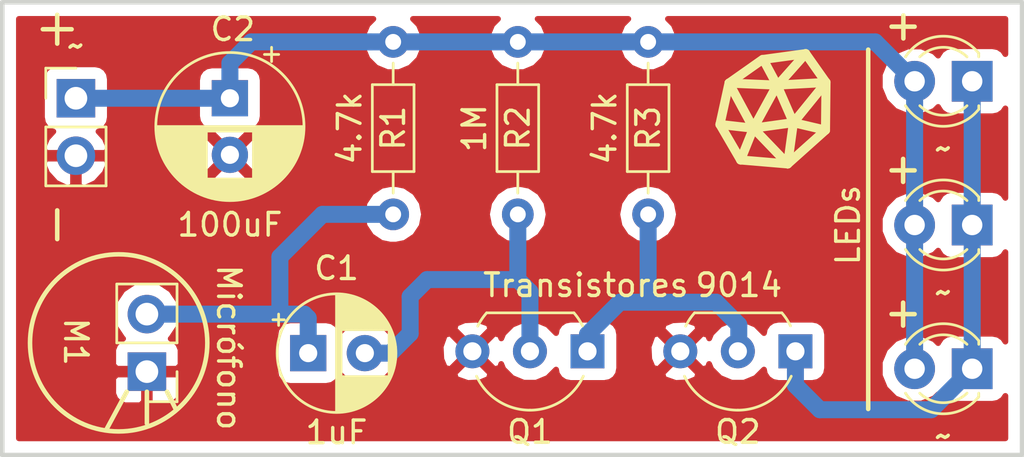
<source format=kicad_pcb>
(kicad_pcb (version 20171130) (host pcbnew "(5.0.2)-1")

  (general
    (thickness 1.6)
    (drawings 40)
    (tracks 35)
    (zones 0)
    (modules 12)
    (nets 7)
  )

  (page A4)
  (layers
    (0 F.Cu signal)
    (31 B.Cu signal)
    (37 F.SilkS user)
    (38 B.Mask user)
    (39 F.Mask user)
    (44 Edge.Cuts user)
    (45 Margin user)
    (46 B.CrtYd user)
    (47 F.CrtYd user)
    (49 F.Fab user)
  )

  (setup
    (last_trace_width 0.75)
    (trace_clearance 0.2)
    (zone_clearance 0.508)
    (zone_45_only no)
    (trace_min 0.2)
    (segment_width 0.2)
    (edge_width 0.2)
    (via_size 0.8)
    (via_drill 0.4)
    (via_min_size 0.4)
    (via_min_drill 0.3)
    (uvia_size 0.3)
    (uvia_drill 0.1)
    (uvias_allowed no)
    (uvia_min_size 0.2)
    (uvia_min_drill 0.1)
    (pcb_text_width 0.3)
    (pcb_text_size 1.5 1.5)
    (mod_edge_width 0.15)
    (mod_text_size 1 1)
    (mod_text_width 0.15)
    (pad_size 1.524 1.524)
    (pad_drill 0.762)
    (pad_to_mask_clearance 0.051)
    (solder_mask_min_width 0.25)
    (aux_axis_origin 118.225 113.55)
    (grid_origin 118.225 113.55)
    (visible_elements 7FFFFFFF)
    (pcbplotparams
      (layerselection 0x010e0_ffffffff)
      (usegerberextensions false)
      (usegerberattributes false)
      (usegerberadvancedattributes false)
      (creategerberjobfile true)
      (excludeedgelayer true)
      (linewidth 0.100000)
      (plotframeref false)
      (viasonmask false)
      (mode 1)
      (useauxorigin true)
      (hpglpennumber 1)
      (hpglpenspeed 20)
      (hpglpendiameter 15.000000)
      (psnegative false)
      (psa4output false)
      (plotreference true)
      (plotvalue true)
      (plotinvisibletext false)
      (padsonsilk false)
      (subtractmaskfromsilk false)
      (outputformat 1)
      (mirror false)
      (drillshape 0)
      (scaleselection 1)
      (outputdirectory "gerber/"))
  )

  (net 0 "")
  (net 1 GNDREF)
  (net 2 VCC)
  (net 3 "Net-(C1-Pad1)")
  (net 4 "Net-(C1-Pad2)")
  (net 5 "Net-(D1-Pad1)")
  (net 6 "Net-(Q1-Pad1)")

  (net_class Default "This is the default net class."
    (clearance 0.2)
    (trace_width 0.75)
    (via_dia 0.8)
    (via_drill 0.4)
    (uvia_dia 0.3)
    (uvia_drill 0.1)
    (add_net GNDREF)
    (add_net "Net-(C1-Pad1)")
    (add_net "Net-(C1-Pad2)")
    (add_net "Net-(D1-Pad1)")
    (add_net "Net-(Q1-Pad1)")
    (add_net VCC)
  )

  (module Connector_PinHeader_2.54mm:PinHeader_1x02_P2.54mm_Vertical (layer F.Cu) (tedit 5CB00C1C) (tstamp 5C8C6C07)
    (at 121.475 97.79)
    (descr "Through hole straight pin header, 1x02, 2.54mm pitch, single row")
    (tags "Through hole pin header THT 1x02 2.54mm single row")
    (path /5C7F1B0C)
    (fp_text reference ~ (at 0 -2.33) (layer F.SilkS)
      (effects (font (size 1 1) (thickness 0.15)))
    )
    (fp_text value ~ (at 0 4.87) (layer F.Fab) hide
      (effects (font (size 1 1) (thickness 0.15)))
    )
    (fp_text user %R (at 0 1.27 90) (layer F.Fab)
      (effects (font (size 1 1) (thickness 0.15)))
    )
    (fp_line (start 1.8 -1.8) (end -1.8 -1.8) (layer F.CrtYd) (width 0.05))
    (fp_line (start 1.8 4.35) (end 1.8 -1.8) (layer F.CrtYd) (width 0.05))
    (fp_line (start -1.8 4.35) (end 1.8 4.35) (layer F.CrtYd) (width 0.05))
    (fp_line (start -1.8 -1.8) (end -1.8 4.35) (layer F.CrtYd) (width 0.05))
    (fp_line (start -1.33 -1.33) (end 0 -1.33) (layer F.SilkS) (width 0.12))
    (fp_line (start -1.33 0) (end -1.33 -1.33) (layer F.SilkS) (width 0.12))
    (fp_line (start -1.33 1.27) (end 1.33 1.27) (layer F.SilkS) (width 0.12))
    (fp_line (start 1.33 1.27) (end 1.33 3.87) (layer F.SilkS) (width 0.12))
    (fp_line (start -1.33 1.27) (end -1.33 3.87) (layer F.SilkS) (width 0.12))
    (fp_line (start -1.33 3.87) (end 1.33 3.87) (layer F.SilkS) (width 0.12))
    (fp_line (start -1.27 -0.635) (end -0.635 -1.27) (layer F.Fab) (width 0.1))
    (fp_line (start -1.27 3.81) (end -1.27 -0.635) (layer F.Fab) (width 0.1))
    (fp_line (start 1.27 3.81) (end -1.27 3.81) (layer F.Fab) (width 0.1))
    (fp_line (start 1.27 -1.27) (end 1.27 3.81) (layer F.Fab) (width 0.1))
    (fp_line (start -0.635 -1.27) (end 1.27 -1.27) (layer F.Fab) (width 0.1))
    (pad 2 thru_hole oval (at 0 2.54) (size 1.7 1.7) (drill 1) (layers *.Cu *.Mask)
      (net 1 GNDREF))
    (pad 1 thru_hole rect (at 0 0) (size 1.7 1.7) (drill 1) (layers *.Cu *.Mask)
      (net 2 VCC))
    (model ${KISYS3DMOD}/Connector_PinHeader_2.54mm.3dshapes/PinHeader_1x02_P2.54mm_Vertical.wrl
      (at (xyz 0 0 0))
      (scale (xyz 1 1 1))
      (rotate (xyz 0 0 0))
    )
  )

  (module Capacitor_THT:CP_Radial_D5.0mm_P2.50mm (layer F.Cu) (tedit 5CB00EFC) (tstamp 5CBE703F)
    (at 131.725 109.05)
    (descr "CP, Radial series, Radial, pin pitch=2.50mm, , diameter=5mm, Electrolytic Capacitor")
    (tags "CP Radial series Radial pin pitch 2.50mm  diameter 5mm Electrolytic Capacitor")
    (path /5C7F18BA)
    (fp_text reference C1 (at 1.25 -3.75 180) (layer F.SilkS)
      (effects (font (size 1 1) (thickness 0.15)))
    )
    (fp_text value 1uF (at 1.25 3.5 180) (layer F.SilkS)
      (effects (font (size 1 1) (thickness 0.15)))
    )
    (fp_circle (center 1.25 0) (end 3.75 0) (layer F.Fab) (width 0.1))
    (fp_circle (center 1.25 0) (end 3.87 0) (layer F.SilkS) (width 0.12))
    (fp_circle (center 1.25 0) (end 4 0) (layer F.CrtYd) (width 0.05))
    (fp_line (start -0.883605 -1.0875) (end -0.383605 -1.0875) (layer F.Fab) (width 0.1))
    (fp_line (start -0.633605 -1.3375) (end -0.633605 -0.8375) (layer F.Fab) (width 0.1))
    (fp_line (start 1.25 -2.58) (end 1.25 2.58) (layer F.SilkS) (width 0.12))
    (fp_line (start 1.29 -2.58) (end 1.29 2.58) (layer F.SilkS) (width 0.12))
    (fp_line (start 1.33 -2.579) (end 1.33 2.579) (layer F.SilkS) (width 0.12))
    (fp_line (start 1.37 -2.578) (end 1.37 2.578) (layer F.SilkS) (width 0.12))
    (fp_line (start 1.41 -2.576) (end 1.41 2.576) (layer F.SilkS) (width 0.12))
    (fp_line (start 1.45 -2.573) (end 1.45 2.573) (layer F.SilkS) (width 0.12))
    (fp_line (start 1.49 -2.569) (end 1.49 -1.04) (layer F.SilkS) (width 0.12))
    (fp_line (start 1.49 1.04) (end 1.49 2.569) (layer F.SilkS) (width 0.12))
    (fp_line (start 1.53 -2.565) (end 1.53 -1.04) (layer F.SilkS) (width 0.12))
    (fp_line (start 1.53 1.04) (end 1.53 2.565) (layer F.SilkS) (width 0.12))
    (fp_line (start 1.57 -2.561) (end 1.57 -1.04) (layer F.SilkS) (width 0.12))
    (fp_line (start 1.57 1.04) (end 1.57 2.561) (layer F.SilkS) (width 0.12))
    (fp_line (start 1.61 -2.556) (end 1.61 -1.04) (layer F.SilkS) (width 0.12))
    (fp_line (start 1.61 1.04) (end 1.61 2.556) (layer F.SilkS) (width 0.12))
    (fp_line (start 1.65 -2.55) (end 1.65 -1.04) (layer F.SilkS) (width 0.12))
    (fp_line (start 1.65 1.04) (end 1.65 2.55) (layer F.SilkS) (width 0.12))
    (fp_line (start 1.69 -2.543) (end 1.69 -1.04) (layer F.SilkS) (width 0.12))
    (fp_line (start 1.69 1.04) (end 1.69 2.543) (layer F.SilkS) (width 0.12))
    (fp_line (start 1.73 -2.536) (end 1.73 -1.04) (layer F.SilkS) (width 0.12))
    (fp_line (start 1.73 1.04) (end 1.73 2.536) (layer F.SilkS) (width 0.12))
    (fp_line (start 1.77 -2.528) (end 1.77 -1.04) (layer F.SilkS) (width 0.12))
    (fp_line (start 1.77 1.04) (end 1.77 2.528) (layer F.SilkS) (width 0.12))
    (fp_line (start 1.81 -2.52) (end 1.81 -1.04) (layer F.SilkS) (width 0.12))
    (fp_line (start 1.81 1.04) (end 1.81 2.52) (layer F.SilkS) (width 0.12))
    (fp_line (start 1.85 -2.511) (end 1.85 -1.04) (layer F.SilkS) (width 0.12))
    (fp_line (start 1.85 1.04) (end 1.85 2.511) (layer F.SilkS) (width 0.12))
    (fp_line (start 1.89 -2.501) (end 1.89 -1.04) (layer F.SilkS) (width 0.12))
    (fp_line (start 1.89 1.04) (end 1.89 2.501) (layer F.SilkS) (width 0.12))
    (fp_line (start 1.93 -2.491) (end 1.93 -1.04) (layer F.SilkS) (width 0.12))
    (fp_line (start 1.93 1.04) (end 1.93 2.491) (layer F.SilkS) (width 0.12))
    (fp_line (start 1.971 -2.48) (end 1.971 -1.04) (layer F.SilkS) (width 0.12))
    (fp_line (start 1.971 1.04) (end 1.971 2.48) (layer F.SilkS) (width 0.12))
    (fp_line (start 2.011 -2.468) (end 2.011 -1.04) (layer F.SilkS) (width 0.12))
    (fp_line (start 2.011 1.04) (end 2.011 2.468) (layer F.SilkS) (width 0.12))
    (fp_line (start 2.051 -2.455) (end 2.051 -1.04) (layer F.SilkS) (width 0.12))
    (fp_line (start 2.051 1.04) (end 2.051 2.455) (layer F.SilkS) (width 0.12))
    (fp_line (start 2.091 -2.442) (end 2.091 -1.04) (layer F.SilkS) (width 0.12))
    (fp_line (start 2.091 1.04) (end 2.091 2.442) (layer F.SilkS) (width 0.12))
    (fp_line (start 2.131 -2.428) (end 2.131 -1.04) (layer F.SilkS) (width 0.12))
    (fp_line (start 2.131 1.04) (end 2.131 2.428) (layer F.SilkS) (width 0.12))
    (fp_line (start 2.171 -2.414) (end 2.171 -1.04) (layer F.SilkS) (width 0.12))
    (fp_line (start 2.171 1.04) (end 2.171 2.414) (layer F.SilkS) (width 0.12))
    (fp_line (start 2.211 -2.398) (end 2.211 -1.04) (layer F.SilkS) (width 0.12))
    (fp_line (start 2.211 1.04) (end 2.211 2.398) (layer F.SilkS) (width 0.12))
    (fp_line (start 2.251 -2.382) (end 2.251 -1.04) (layer F.SilkS) (width 0.12))
    (fp_line (start 2.251 1.04) (end 2.251 2.382) (layer F.SilkS) (width 0.12))
    (fp_line (start 2.291 -2.365) (end 2.291 -1.04) (layer F.SilkS) (width 0.12))
    (fp_line (start 2.291 1.04) (end 2.291 2.365) (layer F.SilkS) (width 0.12))
    (fp_line (start 2.331 -2.348) (end 2.331 -1.04) (layer F.SilkS) (width 0.12))
    (fp_line (start 2.331 1.04) (end 2.331 2.348) (layer F.SilkS) (width 0.12))
    (fp_line (start 2.371 -2.329) (end 2.371 -1.04) (layer F.SilkS) (width 0.12))
    (fp_line (start 2.371 1.04) (end 2.371 2.329) (layer F.SilkS) (width 0.12))
    (fp_line (start 2.411 -2.31) (end 2.411 -1.04) (layer F.SilkS) (width 0.12))
    (fp_line (start 2.411 1.04) (end 2.411 2.31) (layer F.SilkS) (width 0.12))
    (fp_line (start 2.451 -2.29) (end 2.451 -1.04) (layer F.SilkS) (width 0.12))
    (fp_line (start 2.451 1.04) (end 2.451 2.29) (layer F.SilkS) (width 0.12))
    (fp_line (start 2.491 -2.268) (end 2.491 -1.04) (layer F.SilkS) (width 0.12))
    (fp_line (start 2.491 1.04) (end 2.491 2.268) (layer F.SilkS) (width 0.12))
    (fp_line (start 2.531 -2.247) (end 2.531 -1.04) (layer F.SilkS) (width 0.12))
    (fp_line (start 2.531 1.04) (end 2.531 2.247) (layer F.SilkS) (width 0.12))
    (fp_line (start 2.571 -2.224) (end 2.571 -1.04) (layer F.SilkS) (width 0.12))
    (fp_line (start 2.571 1.04) (end 2.571 2.224) (layer F.SilkS) (width 0.12))
    (fp_line (start 2.611 -2.2) (end 2.611 -1.04) (layer F.SilkS) (width 0.12))
    (fp_line (start 2.611 1.04) (end 2.611 2.2) (layer F.SilkS) (width 0.12))
    (fp_line (start 2.651 -2.175) (end 2.651 -1.04) (layer F.SilkS) (width 0.12))
    (fp_line (start 2.651 1.04) (end 2.651 2.175) (layer F.SilkS) (width 0.12))
    (fp_line (start 2.691 -2.149) (end 2.691 -1.04) (layer F.SilkS) (width 0.12))
    (fp_line (start 2.691 1.04) (end 2.691 2.149) (layer F.SilkS) (width 0.12))
    (fp_line (start 2.731 -2.122) (end 2.731 -1.04) (layer F.SilkS) (width 0.12))
    (fp_line (start 2.731 1.04) (end 2.731 2.122) (layer F.SilkS) (width 0.12))
    (fp_line (start 2.771 -2.095) (end 2.771 -1.04) (layer F.SilkS) (width 0.12))
    (fp_line (start 2.771 1.04) (end 2.771 2.095) (layer F.SilkS) (width 0.12))
    (fp_line (start 2.811 -2.065) (end 2.811 -1.04) (layer F.SilkS) (width 0.12))
    (fp_line (start 2.811 1.04) (end 2.811 2.065) (layer F.SilkS) (width 0.12))
    (fp_line (start 2.851 -2.035) (end 2.851 -1.04) (layer F.SilkS) (width 0.12))
    (fp_line (start 2.851 1.04) (end 2.851 2.035) (layer F.SilkS) (width 0.12))
    (fp_line (start 2.891 -2.004) (end 2.891 -1.04) (layer F.SilkS) (width 0.12))
    (fp_line (start 2.891 1.04) (end 2.891 2.004) (layer F.SilkS) (width 0.12))
    (fp_line (start 2.931 -1.971) (end 2.931 -1.04) (layer F.SilkS) (width 0.12))
    (fp_line (start 2.931 1.04) (end 2.931 1.971) (layer F.SilkS) (width 0.12))
    (fp_line (start 2.971 -1.937) (end 2.971 -1.04) (layer F.SilkS) (width 0.12))
    (fp_line (start 2.971 1.04) (end 2.971 1.937) (layer F.SilkS) (width 0.12))
    (fp_line (start 3.011 -1.901) (end 3.011 -1.04) (layer F.SilkS) (width 0.12))
    (fp_line (start 3.011 1.04) (end 3.011 1.901) (layer F.SilkS) (width 0.12))
    (fp_line (start 3.051 -1.864) (end 3.051 -1.04) (layer F.SilkS) (width 0.12))
    (fp_line (start 3.051 1.04) (end 3.051 1.864) (layer F.SilkS) (width 0.12))
    (fp_line (start 3.091 -1.826) (end 3.091 -1.04) (layer F.SilkS) (width 0.12))
    (fp_line (start 3.091 1.04) (end 3.091 1.826) (layer F.SilkS) (width 0.12))
    (fp_line (start 3.131 -1.785) (end 3.131 -1.04) (layer F.SilkS) (width 0.12))
    (fp_line (start 3.131 1.04) (end 3.131 1.785) (layer F.SilkS) (width 0.12))
    (fp_line (start 3.171 -1.743) (end 3.171 -1.04) (layer F.SilkS) (width 0.12))
    (fp_line (start 3.171 1.04) (end 3.171 1.743) (layer F.SilkS) (width 0.12))
    (fp_line (start 3.211 -1.699) (end 3.211 -1.04) (layer F.SilkS) (width 0.12))
    (fp_line (start 3.211 1.04) (end 3.211 1.699) (layer F.SilkS) (width 0.12))
    (fp_line (start 3.251 -1.653) (end 3.251 -1.04) (layer F.SilkS) (width 0.12))
    (fp_line (start 3.251 1.04) (end 3.251 1.653) (layer F.SilkS) (width 0.12))
    (fp_line (start 3.291 -1.605) (end 3.291 -1.04) (layer F.SilkS) (width 0.12))
    (fp_line (start 3.291 1.04) (end 3.291 1.605) (layer F.SilkS) (width 0.12))
    (fp_line (start 3.331 -1.554) (end 3.331 -1.04) (layer F.SilkS) (width 0.12))
    (fp_line (start 3.331 1.04) (end 3.331 1.554) (layer F.SilkS) (width 0.12))
    (fp_line (start 3.371 -1.5) (end 3.371 -1.04) (layer F.SilkS) (width 0.12))
    (fp_line (start 3.371 1.04) (end 3.371 1.5) (layer F.SilkS) (width 0.12))
    (fp_line (start 3.411 -1.443) (end 3.411 -1.04) (layer F.SilkS) (width 0.12))
    (fp_line (start 3.411 1.04) (end 3.411 1.443) (layer F.SilkS) (width 0.12))
    (fp_line (start 3.451 -1.383) (end 3.451 -1.04) (layer F.SilkS) (width 0.12))
    (fp_line (start 3.451 1.04) (end 3.451 1.383) (layer F.SilkS) (width 0.12))
    (fp_line (start 3.491 -1.319) (end 3.491 -1.04) (layer F.SilkS) (width 0.12))
    (fp_line (start 3.491 1.04) (end 3.491 1.319) (layer F.SilkS) (width 0.12))
    (fp_line (start 3.531 -1.251) (end 3.531 -1.04) (layer F.SilkS) (width 0.12))
    (fp_line (start 3.531 1.04) (end 3.531 1.251) (layer F.SilkS) (width 0.12))
    (fp_line (start 3.571 -1.178) (end 3.571 1.178) (layer F.SilkS) (width 0.12))
    (fp_line (start 3.611 -1.098) (end 3.611 1.098) (layer F.SilkS) (width 0.12))
    (fp_line (start 3.651 -1.011) (end 3.651 1.011) (layer F.SilkS) (width 0.12))
    (fp_line (start 3.691 -0.915) (end 3.691 0.915) (layer F.SilkS) (width 0.12))
    (fp_line (start 3.731 -0.805) (end 3.731 0.805) (layer F.SilkS) (width 0.12))
    (fp_line (start 3.771 -0.677) (end 3.771 0.677) (layer F.SilkS) (width 0.12))
    (fp_line (start 3.811 -0.518) (end 3.811 0.518) (layer F.SilkS) (width 0.12))
    (fp_line (start 3.851 -0.284) (end 3.851 0.284) (layer F.SilkS) (width 0.12))
    (fp_line (start -1.554775 -1.475) (end -1.054775 -1.475) (layer F.SilkS) (width 0.12))
    (fp_line (start -1.304775 -1.725) (end -1.304775 -1.225) (layer F.SilkS) (width 0.12))
    (fp_text user %R (at 1.25 0) (layer F.Fab)
      (effects (font (size 1 1) (thickness 0.15)))
    )
    (pad 1 thru_hole rect (at 0 0) (size 1.6 1.6) (drill 0.8) (layers *.Cu *.Mask)
      (net 3 "Net-(C1-Pad1)"))
    (pad 2 thru_hole circle (at 2.5 0) (size 1.6 1.6) (drill 0.8) (layers *.Cu *.Mask)
      (net 4 "Net-(C1-Pad2)"))
    (model ${KISYS3DMOD}/Capacitor_THT.3dshapes/CP_Radial_D5.0mm_P2.50mm.wrl
      (at (xyz 0 0 0))
      (scale (xyz 1 1 1))
      (rotate (xyz 0 0 0))
    )
  )

  (module Capacitor_THT:CP_Radial_D6.3mm_P2.50mm (layer F.Cu) (tedit 5CB00EF8) (tstamp 5C8C48EE)
    (at 128.27 97.79 270)
    (descr "CP, Radial series, Radial, pin pitch=2.50mm, , diameter=6.3mm, Electrolytic Capacitor")
    (tags "CP Radial series Radial pin pitch 2.50mm  diameter 6.3mm Electrolytic Capacitor")
    (path /5C7F185A)
    (fp_text reference C2 (at -3.048 -0.127) (layer F.SilkS)
      (effects (font (size 1 1) (thickness 0.15)))
    )
    (fp_text value 100uF (at 5.588 0) (layer F.SilkS)
      (effects (font (size 1 1) (thickness 0.15)))
    )
    (fp_circle (center 1.25 0) (end 4.4 0) (layer F.Fab) (width 0.1))
    (fp_circle (center 1.25 0) (end 4.52 0) (layer F.SilkS) (width 0.12))
    (fp_circle (center 1.25 0) (end 4.65 0) (layer F.CrtYd) (width 0.05))
    (fp_line (start -1.443972 -1.3735) (end -0.813972 -1.3735) (layer F.Fab) (width 0.1))
    (fp_line (start -1.128972 -1.6885) (end -1.128972 -1.0585) (layer F.Fab) (width 0.1))
    (fp_line (start 1.25 -3.23) (end 1.25 3.23) (layer F.SilkS) (width 0.12))
    (fp_line (start 1.29 -3.23) (end 1.29 3.23) (layer F.SilkS) (width 0.12))
    (fp_line (start 1.33 -3.23) (end 1.33 3.23) (layer F.SilkS) (width 0.12))
    (fp_line (start 1.37 -3.228) (end 1.37 3.228) (layer F.SilkS) (width 0.12))
    (fp_line (start 1.41 -3.227) (end 1.41 3.227) (layer F.SilkS) (width 0.12))
    (fp_line (start 1.45 -3.224) (end 1.45 3.224) (layer F.SilkS) (width 0.12))
    (fp_line (start 1.49 -3.222) (end 1.49 -1.04) (layer F.SilkS) (width 0.12))
    (fp_line (start 1.49 1.04) (end 1.49 3.222) (layer F.SilkS) (width 0.12))
    (fp_line (start 1.53 -3.218) (end 1.53 -1.04) (layer F.SilkS) (width 0.12))
    (fp_line (start 1.53 1.04) (end 1.53 3.218) (layer F.SilkS) (width 0.12))
    (fp_line (start 1.57 -3.215) (end 1.57 -1.04) (layer F.SilkS) (width 0.12))
    (fp_line (start 1.57 1.04) (end 1.57 3.215) (layer F.SilkS) (width 0.12))
    (fp_line (start 1.61 -3.211) (end 1.61 -1.04) (layer F.SilkS) (width 0.12))
    (fp_line (start 1.61 1.04) (end 1.61 3.211) (layer F.SilkS) (width 0.12))
    (fp_line (start 1.65 -3.206) (end 1.65 -1.04) (layer F.SilkS) (width 0.12))
    (fp_line (start 1.65 1.04) (end 1.65 3.206) (layer F.SilkS) (width 0.12))
    (fp_line (start 1.69 -3.201) (end 1.69 -1.04) (layer F.SilkS) (width 0.12))
    (fp_line (start 1.69 1.04) (end 1.69 3.201) (layer F.SilkS) (width 0.12))
    (fp_line (start 1.73 -3.195) (end 1.73 -1.04) (layer F.SilkS) (width 0.12))
    (fp_line (start 1.73 1.04) (end 1.73 3.195) (layer F.SilkS) (width 0.12))
    (fp_line (start 1.77 -3.189) (end 1.77 -1.04) (layer F.SilkS) (width 0.12))
    (fp_line (start 1.77 1.04) (end 1.77 3.189) (layer F.SilkS) (width 0.12))
    (fp_line (start 1.81 -3.182) (end 1.81 -1.04) (layer F.SilkS) (width 0.12))
    (fp_line (start 1.81 1.04) (end 1.81 3.182) (layer F.SilkS) (width 0.12))
    (fp_line (start 1.85 -3.175) (end 1.85 -1.04) (layer F.SilkS) (width 0.12))
    (fp_line (start 1.85 1.04) (end 1.85 3.175) (layer F.SilkS) (width 0.12))
    (fp_line (start 1.89 -3.167) (end 1.89 -1.04) (layer F.SilkS) (width 0.12))
    (fp_line (start 1.89 1.04) (end 1.89 3.167) (layer F.SilkS) (width 0.12))
    (fp_line (start 1.93 -3.159) (end 1.93 -1.04) (layer F.SilkS) (width 0.12))
    (fp_line (start 1.93 1.04) (end 1.93 3.159) (layer F.SilkS) (width 0.12))
    (fp_line (start 1.971 -3.15) (end 1.971 -1.04) (layer F.SilkS) (width 0.12))
    (fp_line (start 1.971 1.04) (end 1.971 3.15) (layer F.SilkS) (width 0.12))
    (fp_line (start 2.011 -3.141) (end 2.011 -1.04) (layer F.SilkS) (width 0.12))
    (fp_line (start 2.011 1.04) (end 2.011 3.141) (layer F.SilkS) (width 0.12))
    (fp_line (start 2.051 -3.131) (end 2.051 -1.04) (layer F.SilkS) (width 0.12))
    (fp_line (start 2.051 1.04) (end 2.051 3.131) (layer F.SilkS) (width 0.12))
    (fp_line (start 2.091 -3.121) (end 2.091 -1.04) (layer F.SilkS) (width 0.12))
    (fp_line (start 2.091 1.04) (end 2.091 3.121) (layer F.SilkS) (width 0.12))
    (fp_line (start 2.131 -3.11) (end 2.131 -1.04) (layer F.SilkS) (width 0.12))
    (fp_line (start 2.131 1.04) (end 2.131 3.11) (layer F.SilkS) (width 0.12))
    (fp_line (start 2.171 -3.098) (end 2.171 -1.04) (layer F.SilkS) (width 0.12))
    (fp_line (start 2.171 1.04) (end 2.171 3.098) (layer F.SilkS) (width 0.12))
    (fp_line (start 2.211 -3.086) (end 2.211 -1.04) (layer F.SilkS) (width 0.12))
    (fp_line (start 2.211 1.04) (end 2.211 3.086) (layer F.SilkS) (width 0.12))
    (fp_line (start 2.251 -3.074) (end 2.251 -1.04) (layer F.SilkS) (width 0.12))
    (fp_line (start 2.251 1.04) (end 2.251 3.074) (layer F.SilkS) (width 0.12))
    (fp_line (start 2.291 -3.061) (end 2.291 -1.04) (layer F.SilkS) (width 0.12))
    (fp_line (start 2.291 1.04) (end 2.291 3.061) (layer F.SilkS) (width 0.12))
    (fp_line (start 2.331 -3.047) (end 2.331 -1.04) (layer F.SilkS) (width 0.12))
    (fp_line (start 2.331 1.04) (end 2.331 3.047) (layer F.SilkS) (width 0.12))
    (fp_line (start 2.371 -3.033) (end 2.371 -1.04) (layer F.SilkS) (width 0.12))
    (fp_line (start 2.371 1.04) (end 2.371 3.033) (layer F.SilkS) (width 0.12))
    (fp_line (start 2.411 -3.018) (end 2.411 -1.04) (layer F.SilkS) (width 0.12))
    (fp_line (start 2.411 1.04) (end 2.411 3.018) (layer F.SilkS) (width 0.12))
    (fp_line (start 2.451 -3.002) (end 2.451 -1.04) (layer F.SilkS) (width 0.12))
    (fp_line (start 2.451 1.04) (end 2.451 3.002) (layer F.SilkS) (width 0.12))
    (fp_line (start 2.491 -2.986) (end 2.491 -1.04) (layer F.SilkS) (width 0.12))
    (fp_line (start 2.491 1.04) (end 2.491 2.986) (layer F.SilkS) (width 0.12))
    (fp_line (start 2.531 -2.97) (end 2.531 -1.04) (layer F.SilkS) (width 0.12))
    (fp_line (start 2.531 1.04) (end 2.531 2.97) (layer F.SilkS) (width 0.12))
    (fp_line (start 2.571 -2.952) (end 2.571 -1.04) (layer F.SilkS) (width 0.12))
    (fp_line (start 2.571 1.04) (end 2.571 2.952) (layer F.SilkS) (width 0.12))
    (fp_line (start 2.611 -2.934) (end 2.611 -1.04) (layer F.SilkS) (width 0.12))
    (fp_line (start 2.611 1.04) (end 2.611 2.934) (layer F.SilkS) (width 0.12))
    (fp_line (start 2.651 -2.916) (end 2.651 -1.04) (layer F.SilkS) (width 0.12))
    (fp_line (start 2.651 1.04) (end 2.651 2.916) (layer F.SilkS) (width 0.12))
    (fp_line (start 2.691 -2.896) (end 2.691 -1.04) (layer F.SilkS) (width 0.12))
    (fp_line (start 2.691 1.04) (end 2.691 2.896) (layer F.SilkS) (width 0.12))
    (fp_line (start 2.731 -2.876) (end 2.731 -1.04) (layer F.SilkS) (width 0.12))
    (fp_line (start 2.731 1.04) (end 2.731 2.876) (layer F.SilkS) (width 0.12))
    (fp_line (start 2.771 -2.856) (end 2.771 -1.04) (layer F.SilkS) (width 0.12))
    (fp_line (start 2.771 1.04) (end 2.771 2.856) (layer F.SilkS) (width 0.12))
    (fp_line (start 2.811 -2.834) (end 2.811 -1.04) (layer F.SilkS) (width 0.12))
    (fp_line (start 2.811 1.04) (end 2.811 2.834) (layer F.SilkS) (width 0.12))
    (fp_line (start 2.851 -2.812) (end 2.851 -1.04) (layer F.SilkS) (width 0.12))
    (fp_line (start 2.851 1.04) (end 2.851 2.812) (layer F.SilkS) (width 0.12))
    (fp_line (start 2.891 -2.79) (end 2.891 -1.04) (layer F.SilkS) (width 0.12))
    (fp_line (start 2.891 1.04) (end 2.891 2.79) (layer F.SilkS) (width 0.12))
    (fp_line (start 2.931 -2.766) (end 2.931 -1.04) (layer F.SilkS) (width 0.12))
    (fp_line (start 2.931 1.04) (end 2.931 2.766) (layer F.SilkS) (width 0.12))
    (fp_line (start 2.971 -2.742) (end 2.971 -1.04) (layer F.SilkS) (width 0.12))
    (fp_line (start 2.971 1.04) (end 2.971 2.742) (layer F.SilkS) (width 0.12))
    (fp_line (start 3.011 -2.716) (end 3.011 -1.04) (layer F.SilkS) (width 0.12))
    (fp_line (start 3.011 1.04) (end 3.011 2.716) (layer F.SilkS) (width 0.12))
    (fp_line (start 3.051 -2.69) (end 3.051 -1.04) (layer F.SilkS) (width 0.12))
    (fp_line (start 3.051 1.04) (end 3.051 2.69) (layer F.SilkS) (width 0.12))
    (fp_line (start 3.091 -2.664) (end 3.091 -1.04) (layer F.SilkS) (width 0.12))
    (fp_line (start 3.091 1.04) (end 3.091 2.664) (layer F.SilkS) (width 0.12))
    (fp_line (start 3.131 -2.636) (end 3.131 -1.04) (layer F.SilkS) (width 0.12))
    (fp_line (start 3.131 1.04) (end 3.131 2.636) (layer F.SilkS) (width 0.12))
    (fp_line (start 3.171 -2.607) (end 3.171 -1.04) (layer F.SilkS) (width 0.12))
    (fp_line (start 3.171 1.04) (end 3.171 2.607) (layer F.SilkS) (width 0.12))
    (fp_line (start 3.211 -2.578) (end 3.211 -1.04) (layer F.SilkS) (width 0.12))
    (fp_line (start 3.211 1.04) (end 3.211 2.578) (layer F.SilkS) (width 0.12))
    (fp_line (start 3.251 -2.548) (end 3.251 -1.04) (layer F.SilkS) (width 0.12))
    (fp_line (start 3.251 1.04) (end 3.251 2.548) (layer F.SilkS) (width 0.12))
    (fp_line (start 3.291 -2.516) (end 3.291 -1.04) (layer F.SilkS) (width 0.12))
    (fp_line (start 3.291 1.04) (end 3.291 2.516) (layer F.SilkS) (width 0.12))
    (fp_line (start 3.331 -2.484) (end 3.331 -1.04) (layer F.SilkS) (width 0.12))
    (fp_line (start 3.331 1.04) (end 3.331 2.484) (layer F.SilkS) (width 0.12))
    (fp_line (start 3.371 -2.45) (end 3.371 -1.04) (layer F.SilkS) (width 0.12))
    (fp_line (start 3.371 1.04) (end 3.371 2.45) (layer F.SilkS) (width 0.12))
    (fp_line (start 3.411 -2.416) (end 3.411 -1.04) (layer F.SilkS) (width 0.12))
    (fp_line (start 3.411 1.04) (end 3.411 2.416) (layer F.SilkS) (width 0.12))
    (fp_line (start 3.451 -2.38) (end 3.451 -1.04) (layer F.SilkS) (width 0.12))
    (fp_line (start 3.451 1.04) (end 3.451 2.38) (layer F.SilkS) (width 0.12))
    (fp_line (start 3.491 -2.343) (end 3.491 -1.04) (layer F.SilkS) (width 0.12))
    (fp_line (start 3.491 1.04) (end 3.491 2.343) (layer F.SilkS) (width 0.12))
    (fp_line (start 3.531 -2.305) (end 3.531 -1.04) (layer F.SilkS) (width 0.12))
    (fp_line (start 3.531 1.04) (end 3.531 2.305) (layer F.SilkS) (width 0.12))
    (fp_line (start 3.571 -2.265) (end 3.571 2.265) (layer F.SilkS) (width 0.12))
    (fp_line (start 3.611 -2.224) (end 3.611 2.224) (layer F.SilkS) (width 0.12))
    (fp_line (start 3.651 -2.182) (end 3.651 2.182) (layer F.SilkS) (width 0.12))
    (fp_line (start 3.691 -2.137) (end 3.691 2.137) (layer F.SilkS) (width 0.12))
    (fp_line (start 3.731 -2.092) (end 3.731 2.092) (layer F.SilkS) (width 0.12))
    (fp_line (start 3.771 -2.044) (end 3.771 2.044) (layer F.SilkS) (width 0.12))
    (fp_line (start 3.811 -1.995) (end 3.811 1.995) (layer F.SilkS) (width 0.12))
    (fp_line (start 3.851 -1.944) (end 3.851 1.944) (layer F.SilkS) (width 0.12))
    (fp_line (start 3.891 -1.89) (end 3.891 1.89) (layer F.SilkS) (width 0.12))
    (fp_line (start 3.931 -1.834) (end 3.931 1.834) (layer F.SilkS) (width 0.12))
    (fp_line (start 3.971 -1.776) (end 3.971 1.776) (layer F.SilkS) (width 0.12))
    (fp_line (start 4.011 -1.714) (end 4.011 1.714) (layer F.SilkS) (width 0.12))
    (fp_line (start 4.051 -1.65) (end 4.051 1.65) (layer F.SilkS) (width 0.12))
    (fp_line (start 4.091 -1.581) (end 4.091 1.581) (layer F.SilkS) (width 0.12))
    (fp_line (start 4.131 -1.509) (end 4.131 1.509) (layer F.SilkS) (width 0.12))
    (fp_line (start 4.171 -1.432) (end 4.171 1.432) (layer F.SilkS) (width 0.12))
    (fp_line (start 4.211 -1.35) (end 4.211 1.35) (layer F.SilkS) (width 0.12))
    (fp_line (start 4.251 -1.262) (end 4.251 1.262) (layer F.SilkS) (width 0.12))
    (fp_line (start 4.291 -1.165) (end 4.291 1.165) (layer F.SilkS) (width 0.12))
    (fp_line (start 4.331 -1.059) (end 4.331 1.059) (layer F.SilkS) (width 0.12))
    (fp_line (start 4.371 -0.94) (end 4.371 0.94) (layer F.SilkS) (width 0.12))
    (fp_line (start 4.411 -0.802) (end 4.411 0.802) (layer F.SilkS) (width 0.12))
    (fp_line (start 4.451 -0.633) (end 4.451 0.633) (layer F.SilkS) (width 0.12))
    (fp_line (start 4.491 -0.402) (end 4.491 0.402) (layer F.SilkS) (width 0.12))
    (fp_line (start -2.250241 -1.839) (end -1.620241 -1.839) (layer F.SilkS) (width 0.12))
    (fp_line (start -1.935241 -2.154) (end -1.935241 -1.524) (layer F.SilkS) (width 0.12))
    (fp_text user %R (at 1.25 0 270) (layer F.Fab)
      (effects (font (size 1 1) (thickness 0.15)))
    )
    (pad 1 thru_hole rect (at 0 0 270) (size 1.6 1.6) (drill 0.8) (layers *.Cu *.Mask)
      (net 2 VCC))
    (pad 2 thru_hole circle (at 2.5 0 270) (size 1.6 1.6) (drill 0.8) (layers *.Cu *.Mask)
      (net 1 GNDREF))
    (model ${KISYS3DMOD}/Capacitor_THT.3dshapes/CP_Radial_D6.3mm_P2.50mm.wrl
      (at (xyz 0 0 0))
      (scale (xyz 1 1 1))
      (rotate (xyz 0 0 0))
    )
  )

  (module LED_THT:LED_D3.0mm (layer F.Cu) (tedit 5CB00E49) (tstamp 5C8C42B9)
    (at 161.025 109.74 180)
    (descr "LED, diameter 3.0mm, 2 pins")
    (tags "LED diameter 3.0mm 2 pins")
    (path /5C7F1A7C)
    (fp_text reference ~ (at 1.27 -2.96 180) (layer F.SilkS)
      (effects (font (size 1 1) (thickness 0.15)))
    )
    (fp_text value ~ (at 1.27 2.96 180) (layer F.Fab)
      (effects (font (size 1 1) (thickness 0.15)))
    )
    (fp_arc (start 1.27 0) (end -0.23 -1.16619) (angle 284.3) (layer F.Fab) (width 0.1))
    (fp_arc (start 1.27 0) (end -0.29 -1.235516) (angle 108.8) (layer F.SilkS) (width 0.12))
    (fp_arc (start 1.27 0) (end -0.29 1.235516) (angle -108.8) (layer F.SilkS) (width 0.12))
    (fp_arc (start 1.27 0) (end 0.229039 -1.08) (angle 87.9) (layer F.SilkS) (width 0.12))
    (fp_arc (start 1.27 0) (end 0.229039 1.08) (angle -87.9) (layer F.SilkS) (width 0.12))
    (fp_circle (center 1.27 0) (end 2.77 0) (layer F.Fab) (width 0.1))
    (fp_line (start -0.23 -1.16619) (end -0.23 1.16619) (layer F.Fab) (width 0.1))
    (fp_line (start -0.29 -1.236) (end -0.29 -1.08) (layer F.SilkS) (width 0.12))
    (fp_line (start -0.29 1.08) (end -0.29 1.236) (layer F.SilkS) (width 0.12))
    (fp_line (start -1.15 -2.25) (end -1.15 2.25) (layer F.CrtYd) (width 0.05))
    (fp_line (start -1.15 2.25) (end 3.7 2.25) (layer F.CrtYd) (width 0.05))
    (fp_line (start 3.7 2.25) (end 3.7 -2.25) (layer F.CrtYd) (width 0.05))
    (fp_line (start 3.7 -2.25) (end -1.15 -2.25) (layer F.CrtYd) (width 0.05))
    (pad 1 thru_hole rect (at 0 0 180) (size 1.8 1.8) (drill 0.9) (layers *.Cu *.Mask)
      (net 5 "Net-(D1-Pad1)"))
    (pad 2 thru_hole circle (at 2.54 0 180) (size 1.8 1.8) (drill 0.9) (layers *.Cu *.Mask)
      (net 2 VCC))
    (model ${KISYS3DMOD}/LED_THT.3dshapes/LED_D3.0mm.wrl
      (at (xyz 0 0 0))
      (scale (xyz 1 1 1))
      (rotate (xyz 0 0 0))
    )
  )

  (module LED_THT:LED_D3.0mm (layer F.Cu) (tedit 5CB00E41) (tstamp 5C8C3F65)
    (at 161.025 103.39 180)
    (descr "LED, diameter 3.0mm, 2 pins")
    (tags "LED diameter 3.0mm 2 pins")
    (path /5C802402)
    (fp_text reference ~ (at 1.27 -2.96 180) (layer F.SilkS)
      (effects (font (size 1 1) (thickness 0.15)))
    )
    (fp_text value ~ (at 1.27 2.96 180) (layer F.Fab)
      (effects (font (size 1 1) (thickness 0.15)))
    )
    (fp_line (start 3.7 -2.25) (end -1.15 -2.25) (layer F.CrtYd) (width 0.05))
    (fp_line (start 3.7 2.25) (end 3.7 -2.25) (layer F.CrtYd) (width 0.05))
    (fp_line (start -1.15 2.25) (end 3.7 2.25) (layer F.CrtYd) (width 0.05))
    (fp_line (start -1.15 -2.25) (end -1.15 2.25) (layer F.CrtYd) (width 0.05))
    (fp_line (start -0.29 1.08) (end -0.29 1.236) (layer F.SilkS) (width 0.12))
    (fp_line (start -0.29 -1.236) (end -0.29 -1.08) (layer F.SilkS) (width 0.12))
    (fp_line (start -0.23 -1.16619) (end -0.23 1.16619) (layer F.Fab) (width 0.1))
    (fp_circle (center 1.27 0) (end 2.77 0) (layer F.Fab) (width 0.1))
    (fp_arc (start 1.27 0) (end 0.229039 1.08) (angle -87.9) (layer F.SilkS) (width 0.12))
    (fp_arc (start 1.27 0) (end 0.229039 -1.08) (angle 87.9) (layer F.SilkS) (width 0.12))
    (fp_arc (start 1.27 0) (end -0.29 1.235516) (angle -108.8) (layer F.SilkS) (width 0.12))
    (fp_arc (start 1.27 0) (end -0.29 -1.235516) (angle 108.8) (layer F.SilkS) (width 0.12))
    (fp_arc (start 1.27 0) (end -0.23 -1.16619) (angle 284.3) (layer F.Fab) (width 0.1))
    (pad 2 thru_hole circle (at 2.54 0 180) (size 1.8 1.8) (drill 0.9) (layers *.Cu *.Mask)
      (net 2 VCC))
    (pad 1 thru_hole rect (at 0 0 180) (size 1.8 1.8) (drill 0.9) (layers *.Cu *.Mask)
      (net 5 "Net-(D1-Pad1)"))
    (model ${KISYS3DMOD}/LED_THT.3dshapes/LED_D3.0mm.wrl
      (at (xyz 0 0 0))
      (scale (xyz 1 1 1))
      (rotate (xyz 0 0 0))
    )
  )

  (module LED_THT:LED_D3.0mm (layer F.Cu) (tedit 5CB00EA1) (tstamp 5C8C401F)
    (at 161.025 97.04 180)
    (descr "LED, diameter 3.0mm, 2 pins")
    (tags "LED diameter 3.0mm 2 pins")
    (path /5C802454)
    (fp_text reference ~ (at 1.27 -2.96 180) (layer F.SilkS)
      (effects (font (size 1 1) (thickness 0.15)))
    )
    (fp_text value LEDs (at 5.477 -6.35 270) (layer F.SilkS)
      (effects (font (size 1 1) (thickness 0.15)))
    )
    (fp_arc (start 1.27 0) (end -0.23 -1.16619) (angle 284.3) (layer F.Fab) (width 0.1))
    (fp_arc (start 1.27 0) (end -0.29 -1.235516) (angle 108.8) (layer F.SilkS) (width 0.12))
    (fp_arc (start 1.27 0) (end -0.29 1.235516) (angle -108.8) (layer F.SilkS) (width 0.12))
    (fp_arc (start 1.27 0) (end 0.229039 -1.08) (angle 87.9) (layer F.SilkS) (width 0.12))
    (fp_arc (start 1.27 0) (end 0.229039 1.08) (angle -87.9) (layer F.SilkS) (width 0.12))
    (fp_circle (center 1.27 0) (end 2.77 0) (layer F.Fab) (width 0.1))
    (fp_line (start -0.23 -1.16619) (end -0.23 1.16619) (layer F.Fab) (width 0.1))
    (fp_line (start -0.29 -1.236) (end -0.29 -1.08) (layer F.SilkS) (width 0.12))
    (fp_line (start -0.29 1.08) (end -0.29 1.236) (layer F.SilkS) (width 0.12))
    (fp_line (start -1.15 -2.25) (end -1.15 2.25) (layer F.CrtYd) (width 0.05))
    (fp_line (start -1.15 2.25) (end 3.7 2.25) (layer F.CrtYd) (width 0.05))
    (fp_line (start 3.7 2.25) (end 3.7 -2.25) (layer F.CrtYd) (width 0.05))
    (fp_line (start 3.7 -2.25) (end -1.15 -2.25) (layer F.CrtYd) (width 0.05))
    (pad 1 thru_hole rect (at 0 0 180) (size 1.8 1.8) (drill 0.9) (layers *.Cu *.Mask)
      (net 5 "Net-(D1-Pad1)"))
    (pad 2 thru_hole circle (at 2.54 0 180) (size 1.8 1.8) (drill 0.9) (layers *.Cu *.Mask)
      (net 2 VCC))
    (model ${KISYS3DMOD}/LED_THT.3dshapes/LED_D3.0mm.wrl
      (at (xyz 0 0 0))
      (scale (xyz 1 1 1))
      (rotate (xyz 0 0 0))
    )
  )

  (module Connector_PinHeader_2.54mm:PinHeader_1x02_P2.54mm_Vertical (layer F.Cu) (tedit 5CBE6474) (tstamp 5CBCA6BE)
    (at 124.607 109.867 180)
    (descr "Through hole straight pin header, 1x02, 2.54mm pitch, single row")
    (tags "Through hole pin header THT 1x02 2.54mm single row")
    (path /5C7F1977)
    (fp_text reference M1 (at 3.132 1.317 270 unlocked) (layer F.SilkS)
      (effects (font (size 1 1) (thickness 0.15)))
    )
    (fp_text value Micrófono (at -3.618 1.067 270 unlocked) (layer F.SilkS)
      (effects (font (size 1 1) (thickness 0.15)))
    )
    (fp_line (start -0.635 -1.27) (end 1.27 -1.27) (layer F.Fab) (width 0.1))
    (fp_line (start 1.27 -1.27) (end 1.27 3.81) (layer F.Fab) (width 0.1))
    (fp_line (start 1.27 3.81) (end -1.27 3.81) (layer F.Fab) (width 0.1))
    (fp_line (start -1.27 3.81) (end -1.27 -0.635) (layer F.Fab) (width 0.1))
    (fp_line (start -1.27 -0.635) (end -0.635 -1.27) (layer F.Fab) (width 0.1))
    (fp_line (start -1.33 3.87) (end 1.33 3.87) (layer F.SilkS) (width 0.12))
    (fp_line (start -1.33 1.27) (end -1.33 3.87) (layer F.SilkS) (width 0.12))
    (fp_line (start 1.33 1.27) (end 1.33 3.87) (layer F.SilkS) (width 0.12))
    (fp_line (start -1.33 1.27) (end 1.33 1.27) (layer F.SilkS) (width 0.12))
    (fp_line (start -1.33 0) (end -1.33 -1.33) (layer F.SilkS) (width 0.12))
    (fp_line (start -1.33 -1.33) (end 0 -1.33) (layer F.SilkS) (width 0.12))
    (fp_line (start -1.8 -1.8) (end -1.8 4.35) (layer F.CrtYd) (width 0.05))
    (fp_line (start -1.8 4.35) (end 1.8 4.35) (layer F.CrtYd) (width 0.05))
    (fp_line (start 1.8 4.35) (end 1.8 -1.8) (layer F.CrtYd) (width 0.05))
    (fp_line (start 1.8 -1.8) (end -1.8 -1.8) (layer F.CrtYd) (width 0.05))
    (fp_text user %R (at 0 1.27 270) (layer F.Fab)
      (effects (font (size 1 1) (thickness 0.15)))
    )
    (pad 1 thru_hole rect (at 0 0 180) (size 1.7 1.7) (drill 1) (layers *.Cu *.Mask)
      (net 1 GNDREF))
    (pad 2 thru_hole oval (at 0 2.54 180) (size 1.7 1.7) (drill 1) (layers *.Cu *.Mask)
      (net 3 "Net-(C1-Pad1)"))
    (model ${KISYS3DMOD}/Connector_PinHeader_2.54mm.3dshapes/PinHeader_1x02_P2.54mm_Vertical.wrl
      (at (xyz 0 0 0))
      (scale (xyz 1 1 1))
      (rotate (xyz 0 0 0))
    )
  )

  (module Package_TO_SOT_THT:TO-92L_Inline_Wide (layer F.Cu) (tedit 5CBE64E3) (tstamp 5CBC9B3E)
    (at 144.05 108.97 180)
    (descr "TO-92L leads in-line (large body variant of TO-92), also known as TO-226, wide, drill 0.75mm (see https://www.diodes.com/assets/Package-Files/TO92L.pdf and http://www.ti.com/lit/an/snoa059/snoa059.pdf)")
    (tags "TO-92L Inline Wide transistor")
    (path /5C7F1613)
    (fp_text reference Q1 (at 2.54 -3.56 180) (layer F.SilkS)
      (effects (font (size 1 1) (thickness 0.15)))
    )
    (fp_text value Transistores (at 0.075 2.921 180) (layer F.SilkS)
      (effects (font (size 1 1) (thickness 0.15)))
    )
    (fp_text user %R (at 2.54 -3.56 180) (layer F.Fab)
      (effects (font (size 1 1) (thickness 0.15)))
    )
    (fp_line (start 0.6 1.7) (end 4.45 1.7) (layer F.SilkS) (width 0.12))
    (fp_line (start 0.65 1.6) (end 4.4 1.6) (layer F.Fab) (width 0.1))
    (fp_line (start -1 -2.75) (end 6.1 -2.75) (layer F.CrtYd) (width 0.05))
    (fp_line (start -1 -2.75) (end -1 1.85) (layer F.CrtYd) (width 0.05))
    (fp_line (start 6.1 1.85) (end 6.1 -2.75) (layer F.CrtYd) (width 0.05))
    (fp_line (start 6.1 1.85) (end -1 1.85) (layer F.CrtYd) (width 0.05))
    (fp_arc (start 2.54 0) (end 0.6 1.7) (angle 15.44288892) (layer F.SilkS) (width 0.12))
    (fp_arc (start 2.54 0) (end 2.54 -2.6) (angle -65) (layer F.SilkS) (width 0.12))
    (fp_arc (start 2.54 0) (end 2.54 -2.6) (angle 65) (layer F.SilkS) (width 0.12))
    (fp_arc (start 2.54 0) (end 2.54 -2.48) (angle 129.9527847) (layer F.Fab) (width 0.1))
    (fp_arc (start 2.54 0) (end 2.54 -2.48) (angle -130.2499344) (layer F.Fab) (width 0.1))
    (fp_arc (start 2.54 0) (end 4.45 1.7) (angle -15.88591585) (layer F.SilkS) (width 0.12))
    (pad 2 thru_hole circle (at 2.54 0 270) (size 1.5 1.5) (drill 0.8) (layers *.Cu *.Mask)
      (net 4 "Net-(C1-Pad2)"))
    (pad 3 thru_hole circle (at 5.08 0 270) (size 1.5 1.5) (drill 0.8) (layers *.Cu *.Mask)
      (net 1 GNDREF))
    (pad 1 thru_hole rect (at 0 0 270) (size 1.5 1.5) (drill 0.8) (layers *.Cu *.Mask)
      (net 6 "Net-(Q1-Pad1)"))
    (model ${KISYS3DMOD}/Package_TO_SOT_THT.3dshapes/TO-92L_Inline_Wide.wrl
      (at (xyz 0 0 0))
      (scale (xyz 1 1 1))
      (rotate (xyz 0 0 0))
    )
  )

  (module Package_TO_SOT_THT:TO-92L_Inline_Wide (layer F.Cu) (tedit 5CBE64E3) (tstamp 5C8C3EEE)
    (at 153.225 108.97 180)
    (descr "TO-92L leads in-line (large body variant of TO-92), also known as TO-226, wide, drill 0.75mm (see https://www.diodes.com/assets/Package-Files/TO92L.pdf and http://www.ti.com/lit/an/snoa059/snoa059.pdf)")
    (tags "TO-92L Inline Wide transistor")
    (path /5C7F1667)
    (fp_text reference Q2 (at 2.54 -3.56 180) (layer F.SilkS)
      (effects (font (size 1 1) (thickness 0.15)))
    )
    (fp_text value 9014 (at 2.5 2.92 180) (layer F.SilkS)
      (effects (font (size 1 1) (thickness 0.15)))
    )
    (fp_arc (start 2.54 0) (end 4.45 1.7) (angle -15.88591585) (layer F.SilkS) (width 0.12))
    (fp_arc (start 2.54 0) (end 2.54 -2.48) (angle -130.2499344) (layer F.Fab) (width 0.1))
    (fp_arc (start 2.54 0) (end 2.54 -2.48) (angle 129.9527847) (layer F.Fab) (width 0.1))
    (fp_arc (start 2.54 0) (end 2.54 -2.6) (angle 65) (layer F.SilkS) (width 0.12))
    (fp_arc (start 2.54 0) (end 2.54 -2.6) (angle -65) (layer F.SilkS) (width 0.12))
    (fp_arc (start 2.54 0) (end 0.6 1.7) (angle 15.44288892) (layer F.SilkS) (width 0.12))
    (fp_line (start 6.1 1.85) (end -1 1.85) (layer F.CrtYd) (width 0.05))
    (fp_line (start 6.1 1.85) (end 6.1 -2.75) (layer F.CrtYd) (width 0.05))
    (fp_line (start -1 -2.75) (end -1 1.85) (layer F.CrtYd) (width 0.05))
    (fp_line (start -1 -2.75) (end 6.1 -2.75) (layer F.CrtYd) (width 0.05))
    (fp_line (start 0.65 1.6) (end 4.4 1.6) (layer F.Fab) (width 0.1))
    (fp_line (start 0.6 1.7) (end 4.45 1.7) (layer F.SilkS) (width 0.12))
    (fp_text user %R (at 2.54 -3.56 180) (layer F.Fab)
      (effects (font (size 1 1) (thickness 0.15)))
    )
    (pad 1 thru_hole rect (at 0 0 270) (size 1.5 1.5) (drill 0.8) (layers *.Cu *.Mask)
      (net 5 "Net-(D1-Pad1)"))
    (pad 3 thru_hole circle (at 5.08 0 270) (size 1.5 1.5) (drill 0.8) (layers *.Cu *.Mask)
      (net 1 GNDREF))
    (pad 2 thru_hole circle (at 2.54 0 270) (size 1.5 1.5) (drill 0.8) (layers *.Cu *.Mask)
      (net 6 "Net-(Q1-Pad1)"))
    (model ${KISYS3DMOD}/Package_TO_SOT_THT.3dshapes/TO-92L_Inline_Wide.wrl
      (at (xyz 0 0 0))
      (scale (xyz 1 1 1))
      (rotate (xyz 0 0 0))
    )
  )

  (module Resistor_THT:R_Axial_DIN0204_L3.6mm_D1.6mm_P7.62mm_Horizontal (layer F.Cu) (tedit 5CB00F13) (tstamp 5C8C6512)
    (at 135.475 95.3 270)
    (descr "Resistor, Axial_DIN0204 series, Axial, Horizontal, pin pitch=7.62mm, 0.167W, length*diameter=3.6*1.6mm^2, http://cdn-reichelt.de/documents/datenblatt/B400/1_4W%23YAG.pdf")
    (tags "Resistor Axial_DIN0204 series Axial Horizontal pin pitch 7.62mm 0.167W length 3.6mm diameter 1.6mm")
    (path /5C7F17CB)
    (fp_text reference R1 (at 3.81 0 270) (layer F.SilkS)
      (effects (font (size 1 1) (thickness 0.15)))
    )
    (fp_text value 4.7k (at 3.81 1.92 270) (layer F.SilkS)
      (effects (font (size 1 1) (thickness 0.15)))
    )
    (fp_line (start 2.01 -0.8) (end 2.01 0.8) (layer F.Fab) (width 0.1))
    (fp_line (start 2.01 0.8) (end 5.61 0.8) (layer F.Fab) (width 0.1))
    (fp_line (start 5.61 0.8) (end 5.61 -0.8) (layer F.Fab) (width 0.1))
    (fp_line (start 5.61 -0.8) (end 2.01 -0.8) (layer F.Fab) (width 0.1))
    (fp_line (start 0 0) (end 2.01 0) (layer F.Fab) (width 0.1))
    (fp_line (start 7.62 0) (end 5.61 0) (layer F.Fab) (width 0.1))
    (fp_line (start 1.89 -0.92) (end 1.89 0.92) (layer F.SilkS) (width 0.12))
    (fp_line (start 1.89 0.92) (end 5.73 0.92) (layer F.SilkS) (width 0.12))
    (fp_line (start 5.73 0.92) (end 5.73 -0.92) (layer F.SilkS) (width 0.12))
    (fp_line (start 5.73 -0.92) (end 1.89 -0.92) (layer F.SilkS) (width 0.12))
    (fp_line (start 0.94 0) (end 1.89 0) (layer F.SilkS) (width 0.12))
    (fp_line (start 6.68 0) (end 5.73 0) (layer F.SilkS) (width 0.12))
    (fp_line (start -0.95 -1.05) (end -0.95 1.05) (layer F.CrtYd) (width 0.05))
    (fp_line (start -0.95 1.05) (end 8.57 1.05) (layer F.CrtYd) (width 0.05))
    (fp_line (start 8.57 1.05) (end 8.57 -1.05) (layer F.CrtYd) (width 0.05))
    (fp_line (start 8.57 -1.05) (end -0.95 -1.05) (layer F.CrtYd) (width 0.05))
    (fp_text user %R (at 3.81 0 270) (layer F.Fab)
      (effects (font (size 0.72 0.72) (thickness 0.108)))
    )
    (pad 1 thru_hole circle (at 0 0 270) (size 1.4 1.4) (drill 0.7) (layers *.Cu *.Mask)
      (net 2 VCC))
    (pad 2 thru_hole oval (at 7.62 0 270) (size 1.4 1.4) (drill 0.7) (layers *.Cu *.Mask)
      (net 3 "Net-(C1-Pad1)"))
    (model ${KISYS3DMOD}/Resistor_THT.3dshapes/R_Axial_DIN0204_L3.6mm_D1.6mm_P7.62mm_Horizontal.wrl
      (at (xyz 0 0 0))
      (scale (xyz 1 1 1))
      (rotate (xyz 0 0 0))
    )
  )

  (module Resistor_THT:R_Axial_DIN0204_L3.6mm_D1.6mm_P7.62mm_Horizontal (layer F.Cu) (tedit 5CB00F05) (tstamp 5C8C5628)
    (at 140.975 95.3 270)
    (descr "Resistor, Axial_DIN0204 series, Axial, Horizontal, pin pitch=7.62mm, 0.167W, length*diameter=3.6*1.6mm^2, http://cdn-reichelt.de/documents/datenblatt/B400/1_4W%23YAG.pdf")
    (tags "Resistor Axial_DIN0204 series Axial Horizontal pin pitch 7.62mm 0.167W length 3.6mm diameter 1.6mm")
    (path /5C7F171D)
    (fp_text reference R2 (at 3.81 0 270) (layer F.SilkS)
      (effects (font (size 1 1) (thickness 0.15)))
    )
    (fp_text value 1M (at 3.81 1.92 270) (layer F.SilkS)
      (effects (font (size 1 1) (thickness 0.15)))
    )
    (fp_line (start 2.01 -0.8) (end 2.01 0.8) (layer F.Fab) (width 0.1))
    (fp_line (start 2.01 0.8) (end 5.61 0.8) (layer F.Fab) (width 0.1))
    (fp_line (start 5.61 0.8) (end 5.61 -0.8) (layer F.Fab) (width 0.1))
    (fp_line (start 5.61 -0.8) (end 2.01 -0.8) (layer F.Fab) (width 0.1))
    (fp_line (start 0 0) (end 2.01 0) (layer F.Fab) (width 0.1))
    (fp_line (start 7.62 0) (end 5.61 0) (layer F.Fab) (width 0.1))
    (fp_line (start 1.89 -0.92) (end 1.89 0.92) (layer F.SilkS) (width 0.12))
    (fp_line (start 1.89 0.92) (end 5.73 0.92) (layer F.SilkS) (width 0.12))
    (fp_line (start 5.73 0.92) (end 5.73 -0.92) (layer F.SilkS) (width 0.12))
    (fp_line (start 5.73 -0.92) (end 1.89 -0.92) (layer F.SilkS) (width 0.12))
    (fp_line (start 0.94 0) (end 1.89 0) (layer F.SilkS) (width 0.12))
    (fp_line (start 6.68 0) (end 5.73 0) (layer F.SilkS) (width 0.12))
    (fp_line (start -0.95 -1.05) (end -0.95 1.05) (layer F.CrtYd) (width 0.05))
    (fp_line (start -0.95 1.05) (end 8.57 1.05) (layer F.CrtYd) (width 0.05))
    (fp_line (start 8.57 1.05) (end 8.57 -1.05) (layer F.CrtYd) (width 0.05))
    (fp_line (start 8.57 -1.05) (end -0.95 -1.05) (layer F.CrtYd) (width 0.05))
    (fp_text user %R (at 3.81 0 270) (layer F.Fab)
      (effects (font (size 0.72 0.72) (thickness 0.108)))
    )
    (pad 1 thru_hole circle (at 0 0 270) (size 1.4 1.4) (drill 0.7) (layers *.Cu *.Mask)
      (net 2 VCC))
    (pad 2 thru_hole oval (at 7.62 0 270) (size 1.4 1.4) (drill 0.7) (layers *.Cu *.Mask)
      (net 4 "Net-(C1-Pad2)"))
    (model ${KISYS3DMOD}/Resistor_THT.3dshapes/R_Axial_DIN0204_L3.6mm_D1.6mm_P7.62mm_Horizontal.wrl
      (at (xyz 0 0 0))
      (scale (xyz 1 1 1))
      (rotate (xyz 0 0 0))
    )
  )

  (module Resistor_THT:R_Axial_DIN0204_L3.6mm_D1.6mm_P7.62mm_Horizontal (layer F.Cu) (tedit 5CB00F1B) (tstamp 5CBCA39B)
    (at 146.725 95.3 270)
    (descr "Resistor, Axial_DIN0204 series, Axial, Horizontal, pin pitch=7.62mm, 0.167W, length*diameter=3.6*1.6mm^2, http://cdn-reichelt.de/documents/datenblatt/B400/1_4W%23YAG.pdf")
    (tags "Resistor Axial_DIN0204 series Axial Horizontal pin pitch 7.62mm 0.167W length 3.6mm diameter 1.6mm")
    (path /5C7F17A4)
    (fp_text reference R3 (at 3.81 0 270) (layer F.SilkS)
      (effects (font (size 1 1) (thickness 0.15)))
    )
    (fp_text value 4.7k (at 3.81 1.92 270) (layer F.SilkS)
      (effects (font (size 1 1) (thickness 0.15)))
    )
    (fp_text user %R (at 3.81 0 270) (layer F.Fab)
      (effects (font (size 0.72 0.72) (thickness 0.108)))
    )
    (fp_line (start 8.57 -1.05) (end -0.95 -1.05) (layer F.CrtYd) (width 0.05))
    (fp_line (start 8.57 1.05) (end 8.57 -1.05) (layer F.CrtYd) (width 0.05))
    (fp_line (start -0.95 1.05) (end 8.57 1.05) (layer F.CrtYd) (width 0.05))
    (fp_line (start -0.95 -1.05) (end -0.95 1.05) (layer F.CrtYd) (width 0.05))
    (fp_line (start 6.68 0) (end 5.73 0) (layer F.SilkS) (width 0.12))
    (fp_line (start 0.94 0) (end 1.89 0) (layer F.SilkS) (width 0.12))
    (fp_line (start 5.73 -0.92) (end 1.89 -0.92) (layer F.SilkS) (width 0.12))
    (fp_line (start 5.73 0.92) (end 5.73 -0.92) (layer F.SilkS) (width 0.12))
    (fp_line (start 1.89 0.92) (end 5.73 0.92) (layer F.SilkS) (width 0.12))
    (fp_line (start 1.89 -0.92) (end 1.89 0.92) (layer F.SilkS) (width 0.12))
    (fp_line (start 7.62 0) (end 5.61 0) (layer F.Fab) (width 0.1))
    (fp_line (start 0 0) (end 2.01 0) (layer F.Fab) (width 0.1))
    (fp_line (start 5.61 -0.8) (end 2.01 -0.8) (layer F.Fab) (width 0.1))
    (fp_line (start 5.61 0.8) (end 5.61 -0.8) (layer F.Fab) (width 0.1))
    (fp_line (start 2.01 0.8) (end 5.61 0.8) (layer F.Fab) (width 0.1))
    (fp_line (start 2.01 -0.8) (end 2.01 0.8) (layer F.Fab) (width 0.1))
    (pad 2 thru_hole oval (at 7.62 0 270) (size 1.4 1.4) (drill 0.7) (layers *.Cu *.Mask)
      (net 6 "Net-(Q1-Pad1)"))
    (pad 1 thru_hole circle (at 0 0 270) (size 1.4 1.4) (drill 0.7) (layers *.Cu *.Mask)
      (net 2 VCC))
    (model ${KISYS3DMOD}/Resistor_THT.3dshapes/R_Axial_DIN0204_L3.6mm_D1.6mm_P7.62mm_Horizontal.wrl
      (at (xyz 0 0 0))
      (scale (xyz 1 1 1))
      (rotate (xyz 0 0 0))
    )
  )

  (gr_line (start 163.225 113.55) (end 118.225 113.55) (layer Edge.Cuts) (width 0.2))
  (gr_line (start 118.225 113.55) (end 118.225 93.55) (layer Edge.Cuts) (width 0.2))
  (gr_line (start 163.225 93.55) (end 163.225 113.55) (layer Edge.Cuts) (width 0.2))
  (gr_line (start 118.225 93.55) (end 163.225 93.55) (layer Edge.Cuts) (width 0.2))
  (gr_line (start 157.977 106.819) (end 157.977 107.835) (layer F.SilkS) (width 0.2) (tstamp 5CBCA428))
  (gr_line (start 157.469 107.327) (end 158.485 107.327) (layer F.SilkS) (width 0.2) (tstamp 5CBCA425))
  (gr_line (start 157.977 100.469) (end 157.977 101.485) (layer F.SilkS) (width 0.2) (tstamp 5CBCA41D))
  (gr_line (start 157.469 100.977) (end 158.485 100.977) (layer F.SilkS) (width 0.2) (tstamp 5CBCA41C))
  (gr_line (start 157.469 94.627) (end 158.485 94.627) (layer F.SilkS) (width 0.2) (tstamp 5CBCA413))
  (gr_line (start 157.988 94.1324) (end 157.988 95.1484) (layer F.SilkS) (width 0.2) (tstamp 5CBE68EA))
  (gr_line (start 156.437 95.643) (end 156.437 111.518) (layer F.SilkS) (width 0.2))
  (gr_line (start 149.894117 98.948393) (end 151.371563 99.114373) (angle 90) (layer F.SilkS) (width 0.4) (tstamp 5CB00E19))
  (gr_line (start 153.135888 98.867674) (end 154.574674 97.093314) (angle 90) (layer F.SilkS) (width 0.4) (tstamp 5CB00E18))
  (gr_line (start 150.295146 97.121) (end 152.412768 97.209598) (angle 90) (layer F.SilkS) (width 0.4) (tstamp 5CB00E17))
  (gr_line (start 150.295165 97.120986) (end 151.782244 96.073187) (angle 90) (layer F.SilkS) (width 0.4) (tstamp 5CB00E16))
  (gr_line (start 152.446787 97.207805) (end 153.67757 95.820087) (angle 90) (layer F.SilkS) (width 0.4) (tstamp 5CB00E15))
  (gr_line (start 152.885158 100.691895) (end 153.135887 98.867677) (angle 90) (layer F.SilkS) (width 0.4) (tstamp 5CB00E14))
  (gr_line (start 153.135888 98.867674) (end 154.552378 99.199041) (angle 90) (layer F.SilkS) (width 0.4) (tstamp 5CB00E13))
  (gr_line (start 152.412776 97.209615) (end 153.135887 98.867676) (angle 90) (layer F.SilkS) (width 0.4) (tstamp 5CB00E12))
  (gr_line (start 151.371563 99.114373) (end 150.295141 97.121014) (angle 90) (layer F.SilkS) (width 0.4) (tstamp 5CB00E11))
  (gr_line (start 152.412776 97.209615) (end 154.574674 97.093293) (angle 90) (layer F.SilkS) (width 0.4) (tstamp 5CB00E10))
  (gr_line (start 153.135888 98.867677) (end 151.352487 99.113165) (angle 90) (layer F.SilkS) (width 0.4) (tstamp 5CB00E0F))
  (gr_line (start 152.412763 97.209612) (end 151.803716 96.075615) (angle 90) (layer F.SilkS) (width 0.4) (tstamp 5CB00E0E))
  (gr_line (start 151.371568 99.114386) (end 152.412763 97.209612) (angle 90) (layer F.SilkS) (width 0.4) (tstamp 5CB00E0D))
  (gr_line (start 154.574683 97.093307) (end 154.552388 99.199034) (angle 90) (layer F.SilkS) (width 0.4) (tstamp 5CB00E0C))
  (gr_line (start 154.552388 99.199034) (end 152.885173 100.691902) (angle 90) (layer F.SilkS) (width 0.4) (tstamp 5CB00E0B))
  (gr_line (start 151.371568 99.114383) (end 152.885145 100.691896) (angle 90) (layer F.SilkS) (width 0.4) (tstamp 5CB00E0A))
  (gr_line (start 150.80796 100.516709) (end 151.371568 99.114383) (angle 90) (layer F.SilkS) (width 0.4) (tstamp 5CB00E09))
  (gr_line (start 153.677579 95.820101) (end 154.574683 97.093307) (angle 90) (layer F.SilkS) (width 0.4) (tstamp 5CB00E08))
  (gr_line (start 152.885173 100.691902) (end 150.807938 100.516698) (angle 90) (layer F.SilkS) (width 0.4) (tstamp 5CB00E07))
  (gr_line (start 151.803726 96.075632) (end 153.677579 95.820101) (angle 90) (layer F.SilkS) (width 0.4) (tstamp 5CB00E06))
  (gr_line (start 149.8941 98.948393) (end 150.295165 97.120986) (angle 90) (layer F.SilkS) (width 0.4) (tstamp 5CB00E05))
  (gr_line (start 150.807938 100.516698) (end 149.8941 98.948393) (angle 90) (layer F.SilkS) (width 0.4) (tstamp 5CB00E04))
  (gr_line (start 120.65 102.743) (end 120.65 104.013) (layer F.SilkS) (width 0.2) (tstamp 5CBC9F32))
  (gr_line (start 120.015 94.742) (end 121.285 94.742) (layer F.SilkS) (width 0.2))
  (gr_line (start 120.65 94.107) (end 120.65 95.377) (layer F.SilkS) (width 0.2))
  (gr_line (start 125.496 110.756) (end 125.877 111.518) (layer F.SilkS) (width 0.2) (tstamp 5CBC9FCB))
  (gr_line (start 124.607 110.756) (end 124.607 112.153) (layer F.SilkS) (width 0.2) (tstamp 5CBC9FC5))
  (gr_line (start 123.718 110.756) (end 122.829 112.407) (layer F.SilkS) (width 0.2) (tstamp 5CBC9FCE))
  (gr_circle (center 123.361658 108.597) (end 126.536658 110.883) (layer F.SilkS) (width 0.2) (tstamp 5CBC9FC8))

  (segment (start 121.475 97.79) (end 128.27 97.79) (width 0.75) (layer B.Cu) (net 2))
  (segment (start 134.485051 95.3) (end 135.475 95.3) (width 0.75) (layer B.Cu) (net 2))
  (segment (start 129.21 95.3) (end 134.485051 95.3) (width 0.75) (layer B.Cu) (net 2))
  (segment (start 128.27 96.24) (end 129.21 95.3) (width 0.75) (layer B.Cu) (net 2))
  (segment (start 128.27 97.79) (end 128.27 96.24) (width 0.75) (layer B.Cu) (net 2))
  (segment (start 156.745 95.3) (end 158.485 97.04) (width 0.75) (layer B.Cu) (net 2))
  (segment (start 135.475 95.3) (end 156.745 95.3) (width 0.75) (layer B.Cu) (net 2))
  (segment (start 158.485 109.74) (end 158.485 97.04) (width 0.75) (layer B.Cu) (net 2))
  (segment (start 131.725 107.5) (end 131.725 109.05) (width 0.75) (layer B.Cu) (net 3))
  (segment (start 131.552 107.327) (end 131.725 107.5) (width 0.75) (layer B.Cu) (net 3))
  (segment (start 124.607 107.327) (end 131.552 107.327) (width 0.75) (layer B.Cu) (net 3))
  (segment (start 130.475 104.8) (end 130.475 107.3) (width 0.75) (layer B.Cu) (net 3))
  (segment (start 135.475 102.92) (end 132.355 102.92) (width 0.75) (layer B.Cu) (net 3))
  (segment (start 132.355 102.92) (end 130.475 104.8) (width 0.75) (layer B.Cu) (net 3))
  (segment (start 140.975 102.92) (end 140.975 105.8) (width 0.75) (layer B.Cu) (net 4))
  (segment (start 141.51 106.335) (end 141.51 108.97) (width 0.75) (layer B.Cu) (net 4))
  (segment (start 140.975 105.8) (end 141.51 106.335) (width 0.75) (layer B.Cu) (net 4))
  (segment (start 135.35637 109.05) (end 136.225 108.18137) (width 0.75) (layer B.Cu) (net 4))
  (segment (start 134.225 109.05) (end 135.35637 109.05) (width 0.75) (layer B.Cu) (net 4))
  (segment (start 136.225 108.18137) (end 136.225 106.55) (width 0.75) (layer B.Cu) (net 4))
  (segment (start 136.975 105.8) (end 140.975 105.8) (width 0.75) (layer B.Cu) (net 4))
  (segment (start 136.225 106.55) (end 136.975 105.8) (width 0.75) (layer B.Cu) (net 4))
  (segment (start 161.025 97.04) (end 161.025 109.74) (width 0.75) (layer B.Cu) (net 5))
  (segment (start 159.215 111.55) (end 161.025 109.74) (width 0.75) (layer B.Cu) (net 5))
  (segment (start 154.305 111.55) (end 159.215 111.55) (width 0.75) (layer B.Cu) (net 5))
  (segment (start 153.225 108.97) (end 153.225 110.47) (width 0.75) (layer B.Cu) (net 5))
  (segment (start 153.225 110.47) (end 154.305 111.55) (width 0.75) (layer B.Cu) (net 5))
  (segment (start 150.725 108.93) (end 150.685 108.97) (width 0.75) (layer B.Cu) (net 6))
  (segment (start 150.725 107.8) (end 150.725 108.93) (width 0.75) (layer B.Cu) (net 6))
  (segment (start 149.725 106.8) (end 150.725 107.8) (width 0.75) (layer B.Cu) (net 6))
  (segment (start 144.05 108.97) (end 144.05 108.225) (width 0.75) (layer B.Cu) (net 6))
  (segment (start 144.05 108.225) (end 145.475 106.8) (width 0.75) (layer B.Cu) (net 6))
  (segment (start 146.725 102.92) (end 146.725 106.8) (width 0.75) (layer B.Cu) (net 6))
  (segment (start 145.475 106.8) (end 146.725 106.8) (width 0.75) (layer B.Cu) (net 6))
  (segment (start 146.725 106.8) (end 149.725 106.8) (width 0.75) (layer B.Cu) (net 6))

  (zone (net 1) (net_name GNDREF) (layer F.Cu) (tstamp 0) (hatch edge 0.508)
    (connect_pads (clearance 0.508))
    (min_thickness 0.254)
    (fill yes (arc_segments 16) (thermal_gap 0.508) (thermal_bridge_width 0.508))
    (polygon
      (pts
        (xy 118.725 94.05) (xy 162.725 94.05) (xy 162.725 113.05) (xy 118.725 113.05)
      )
    )
    (filled_polygon
      (pts
        (xy 134.343242 94.543783) (xy 134.14 95.034452) (xy 134.14 95.565548) (xy 134.343242 96.056217) (xy 134.718783 96.431758)
        (xy 135.209452 96.635) (xy 135.740548 96.635) (xy 136.231217 96.431758) (xy 136.606758 96.056217) (xy 136.81 95.565548)
        (xy 136.81 95.034452) (xy 136.606758 94.543783) (xy 136.347975 94.285) (xy 140.102025 94.285) (xy 139.843242 94.543783)
        (xy 139.64 95.034452) (xy 139.64 95.565548) (xy 139.843242 96.056217) (xy 140.218783 96.431758) (xy 140.709452 96.635)
        (xy 141.240548 96.635) (xy 141.731217 96.431758) (xy 142.106758 96.056217) (xy 142.31 95.565548) (xy 142.31 95.034452)
        (xy 142.106758 94.543783) (xy 141.847975 94.285) (xy 145.852025 94.285) (xy 145.593242 94.543783) (xy 145.39 95.034452)
        (xy 145.39 95.565548) (xy 145.593242 96.056217) (xy 145.968783 96.431758) (xy 146.459452 96.635) (xy 146.990548 96.635)
        (xy 147.481217 96.431758) (xy 147.856758 96.056217) (xy 148.06 95.565548) (xy 148.06 95.034452) (xy 147.856758 94.543783)
        (xy 147.597975 94.285) (xy 162.49 94.285) (xy 162.49 95.842613) (xy 162.382809 95.682191) (xy 162.172765 95.541843)
        (xy 161.925 95.49256) (xy 160.125 95.49256) (xy 159.877235 95.541843) (xy 159.667191 95.682191) (xy 159.526843 95.892235)
        (xy 159.523725 95.907908) (xy 159.354507 95.73869) (xy 158.79033 95.505) (xy 158.17967 95.505) (xy 157.615493 95.73869)
        (xy 157.18369 96.170493) (xy 156.95 96.73467) (xy 156.95 97.34533) (xy 157.18369 97.909507) (xy 157.615493 98.34131)
        (xy 158.17967 98.575) (xy 158.79033 98.575) (xy 159.354507 98.34131) (xy 159.523725 98.172092) (xy 159.526843 98.187765)
        (xy 159.667191 98.397809) (xy 159.877235 98.538157) (xy 160.125 98.58744) (xy 161.925 98.58744) (xy 162.172765 98.538157)
        (xy 162.382809 98.397809) (xy 162.49 98.237387) (xy 162.49 102.192613) (xy 162.382809 102.032191) (xy 162.172765 101.891843)
        (xy 161.925 101.84256) (xy 160.125 101.84256) (xy 159.877235 101.891843) (xy 159.667191 102.032191) (xy 159.526843 102.242235)
        (xy 159.523725 102.257908) (xy 159.354507 102.08869) (xy 158.79033 101.855) (xy 158.17967 101.855) (xy 157.615493 102.08869)
        (xy 157.18369 102.520493) (xy 156.95 103.08467) (xy 156.95 103.69533) (xy 157.18369 104.259507) (xy 157.615493 104.69131)
        (xy 158.17967 104.925) (xy 158.79033 104.925) (xy 159.354507 104.69131) (xy 159.523725 104.522092) (xy 159.526843 104.537765)
        (xy 159.667191 104.747809) (xy 159.877235 104.888157) (xy 160.125 104.93744) (xy 161.925 104.93744) (xy 162.172765 104.888157)
        (xy 162.382809 104.747809) (xy 162.490001 104.587387) (xy 162.490001 108.542614) (xy 162.382809 108.382191) (xy 162.172765 108.241843)
        (xy 161.925 108.19256) (xy 160.125 108.19256) (xy 159.877235 108.241843) (xy 159.667191 108.382191) (xy 159.526843 108.592235)
        (xy 159.523725 108.607908) (xy 159.354507 108.43869) (xy 158.79033 108.205) (xy 158.17967 108.205) (xy 157.615493 108.43869)
        (xy 157.18369 108.870493) (xy 156.95 109.43467) (xy 156.95 110.04533) (xy 157.18369 110.609507) (xy 157.615493 111.04131)
        (xy 158.17967 111.275) (xy 158.79033 111.275) (xy 159.354507 111.04131) (xy 159.523725 110.872092) (xy 159.526843 110.887765)
        (xy 159.667191 111.097809) (xy 159.877235 111.238157) (xy 160.125 111.28744) (xy 161.925 111.28744) (xy 162.172765 111.238157)
        (xy 162.382809 111.097809) (xy 162.490001 110.937386) (xy 162.490001 112.815) (xy 118.96 112.815) (xy 118.96 110.15275)
        (xy 123.122 110.15275) (xy 123.122 110.84331) (xy 123.218673 111.076699) (xy 123.397302 111.255327) (xy 123.630691 111.352)
        (xy 124.32125 111.352) (xy 124.48 111.19325) (xy 124.48 109.994) (xy 124.734 109.994) (xy 124.734 111.19325)
        (xy 124.89275 111.352) (xy 125.583309 111.352) (xy 125.816698 111.255327) (xy 125.995327 111.076699) (xy 126.092 110.84331)
        (xy 126.092 110.15275) (xy 125.93325 109.994) (xy 124.734 109.994) (xy 124.48 109.994) (xy 123.28075 109.994)
        (xy 123.122 110.15275) (xy 118.96 110.15275) (xy 118.96 107.327) (xy 123.092908 107.327) (xy 123.208161 107.906418)
        (xy 123.536375 108.397625) (xy 123.558033 108.412096) (xy 123.397302 108.478673) (xy 123.218673 108.657301) (xy 123.122 108.89069)
        (xy 123.122 109.58125) (xy 123.28075 109.74) (xy 124.48 109.74) (xy 124.48 109.72) (xy 124.734 109.72)
        (xy 124.734 109.74) (xy 125.93325 109.74) (xy 126.092 109.58125) (xy 126.092 108.89069) (xy 125.995327 108.657301)
        (xy 125.816698 108.478673) (xy 125.655967 108.412096) (xy 125.677625 108.397625) (xy 125.776264 108.25) (xy 130.27756 108.25)
        (xy 130.27756 109.85) (xy 130.326843 110.097765) (xy 130.467191 110.307809) (xy 130.677235 110.448157) (xy 130.925 110.49744)
        (xy 132.525 110.49744) (xy 132.772765 110.448157) (xy 132.982809 110.307809) (xy 133.123157 110.097765) (xy 133.143101 109.997497)
        (xy 133.412138 110.266534) (xy 133.939561 110.485) (xy 134.510439 110.485) (xy 135.037862 110.266534) (xy 135.362879 109.941517)
        (xy 138.178088 109.941517) (xy 138.246077 110.18246) (xy 138.765171 110.367201) (xy 139.315448 110.33923) (xy 139.693923 110.18246)
        (xy 139.761912 109.941517) (xy 138.97 109.149605) (xy 138.178088 109.941517) (xy 135.362879 109.941517) (xy 135.441534 109.862862)
        (xy 135.66 109.335439) (xy 135.66 108.765171) (xy 137.572799 108.765171) (xy 137.60077 109.315448) (xy 137.75754 109.693923)
        (xy 137.998483 109.761912) (xy 138.790395 108.97) (xy 139.149605 108.97) (xy 139.941517 109.761912) (xy 140.18246 109.693923)
        (xy 140.241745 109.527342) (xy 140.335853 109.75454) (xy 140.72546 110.144147) (xy 141.234506 110.355) (xy 141.785494 110.355)
        (xy 142.29454 110.144147) (xy 142.663531 109.775156) (xy 142.701843 109.967765) (xy 142.842191 110.177809) (xy 143.052235 110.318157)
        (xy 143.3 110.36744) (xy 144.8 110.36744) (xy 145.047765 110.318157) (xy 145.257809 110.177809) (xy 145.398157 109.967765)
        (xy 145.403377 109.941517) (xy 147.353088 109.941517) (xy 147.421077 110.18246) (xy 147.940171 110.367201) (xy 148.490448 110.33923)
        (xy 148.868923 110.18246) (xy 148.936912 109.941517) (xy 148.145 109.149605) (xy 147.353088 109.941517) (xy 145.403377 109.941517)
        (xy 145.44744 109.72) (xy 145.44744 108.765171) (xy 146.747799 108.765171) (xy 146.77577 109.315448) (xy 146.93254 109.693923)
        (xy 147.173483 109.761912) (xy 147.965395 108.97) (xy 148.324605 108.97) (xy 149.116517 109.761912) (xy 149.35746 109.693923)
        (xy 149.416745 109.527342) (xy 149.510853 109.75454) (xy 149.90046 110.144147) (xy 150.409506 110.355) (xy 150.960494 110.355)
        (xy 151.46954 110.144147) (xy 151.838531 109.775156) (xy 151.876843 109.967765) (xy 152.017191 110.177809) (xy 152.227235 110.318157)
        (xy 152.475 110.36744) (xy 153.975 110.36744) (xy 154.222765 110.318157) (xy 154.432809 110.177809) (xy 154.573157 109.967765)
        (xy 154.62244 109.72) (xy 154.62244 108.22) (xy 154.573157 107.972235) (xy 154.432809 107.762191) (xy 154.222765 107.621843)
        (xy 153.975 107.57256) (xy 152.475 107.57256) (xy 152.227235 107.621843) (xy 152.017191 107.762191) (xy 151.876843 107.972235)
        (xy 151.838531 108.164844) (xy 151.46954 107.795853) (xy 150.960494 107.585) (xy 150.409506 107.585) (xy 149.90046 107.795853)
        (xy 149.510853 108.18546) (xy 149.421603 108.40093) (xy 149.35746 108.246077) (xy 149.116517 108.178088) (xy 148.324605 108.97)
        (xy 147.965395 108.97) (xy 147.173483 108.178088) (xy 146.93254 108.246077) (xy 146.747799 108.765171) (xy 145.44744 108.765171)
        (xy 145.44744 108.22) (xy 145.403378 107.998483) (xy 147.353088 107.998483) (xy 148.145 108.790395) (xy 148.936912 107.998483)
        (xy 148.868923 107.75754) (xy 148.349829 107.572799) (xy 147.799552 107.60077) (xy 147.421077 107.75754) (xy 147.353088 107.998483)
        (xy 145.403378 107.998483) (xy 145.398157 107.972235) (xy 145.257809 107.762191) (xy 145.047765 107.621843) (xy 144.8 107.57256)
        (xy 143.3 107.57256) (xy 143.052235 107.621843) (xy 142.842191 107.762191) (xy 142.701843 107.972235) (xy 142.663531 108.164844)
        (xy 142.29454 107.795853) (xy 141.785494 107.585) (xy 141.234506 107.585) (xy 140.72546 107.795853) (xy 140.335853 108.18546)
        (xy 140.246603 108.40093) (xy 140.18246 108.246077) (xy 139.941517 108.178088) (xy 139.149605 108.97) (xy 138.790395 108.97)
        (xy 137.998483 108.178088) (xy 137.75754 108.246077) (xy 137.572799 108.765171) (xy 135.66 108.765171) (xy 135.66 108.764561)
        (xy 135.441534 108.237138) (xy 135.202879 107.998483) (xy 138.178088 107.998483) (xy 138.97 108.790395) (xy 139.761912 107.998483)
        (xy 139.693923 107.75754) (xy 139.174829 107.572799) (xy 138.624552 107.60077) (xy 138.246077 107.75754) (xy 138.178088 107.998483)
        (xy 135.202879 107.998483) (xy 135.037862 107.833466) (xy 134.510439 107.615) (xy 133.939561 107.615) (xy 133.412138 107.833466)
        (xy 133.143101 108.102503) (xy 133.123157 108.002235) (xy 132.982809 107.792191) (xy 132.772765 107.651843) (xy 132.525 107.60256)
        (xy 130.925 107.60256) (xy 130.677235 107.651843) (xy 130.467191 107.792191) (xy 130.326843 108.002235) (xy 130.27756 108.25)
        (xy 125.776264 108.25) (xy 126.005839 107.906418) (xy 126.121092 107.327) (xy 126.005839 106.747582) (xy 125.677625 106.256375)
        (xy 125.186418 105.928161) (xy 124.753256 105.842) (xy 124.460744 105.842) (xy 124.027582 105.928161) (xy 123.536375 106.256375)
        (xy 123.208161 106.747582) (xy 123.092908 107.327) (xy 118.96 107.327) (xy 118.96 102.92) (xy 134.113846 102.92)
        (xy 134.217458 103.440891) (xy 134.512519 103.882481) (xy 134.954109 104.177542) (xy 135.343515 104.255) (xy 135.606485 104.255)
        (xy 135.995891 104.177542) (xy 136.437481 103.882481) (xy 136.732542 103.440891) (xy 136.836154 102.92) (xy 139.613846 102.92)
        (xy 139.717458 103.440891) (xy 140.012519 103.882481) (xy 140.454109 104.177542) (xy 140.843515 104.255) (xy 141.106485 104.255)
        (xy 141.495891 104.177542) (xy 141.937481 103.882481) (xy 142.232542 103.440891) (xy 142.336154 102.92) (xy 145.363846 102.92)
        (xy 145.467458 103.440891) (xy 145.762519 103.882481) (xy 146.204109 104.177542) (xy 146.593515 104.255) (xy 146.856485 104.255)
        (xy 147.245891 104.177542) (xy 147.687481 103.882481) (xy 147.982542 103.440891) (xy 148.086154 102.92) (xy 147.982542 102.399109)
        (xy 147.687481 101.957519) (xy 147.245891 101.662458) (xy 146.856485 101.585) (xy 146.593515 101.585) (xy 146.204109 101.662458)
        (xy 145.762519 101.957519) (xy 145.467458 102.399109) (xy 145.363846 102.92) (xy 142.336154 102.92) (xy 142.232542 102.399109)
        (xy 141.937481 101.957519) (xy 141.495891 101.662458) (xy 141.106485 101.585) (xy 140.843515 101.585) (xy 140.454109 101.662458)
        (xy 140.012519 101.957519) (xy 139.717458 102.399109) (xy 139.613846 102.92) (xy 136.836154 102.92) (xy 136.732542 102.399109)
        (xy 136.437481 101.957519) (xy 135.995891 101.662458) (xy 135.606485 101.585) (xy 135.343515 101.585) (xy 134.954109 101.662458)
        (xy 134.512519 101.957519) (xy 134.217458 102.399109) (xy 134.113846 102.92) (xy 118.96 102.92) (xy 118.96 100.68689)
        (xy 120.033524 100.68689) (xy 120.203355 101.096924) (xy 120.593642 101.525183) (xy 121.118108 101.771486) (xy 121.348 101.650819)
        (xy 121.348 100.457) (xy 121.602 100.457) (xy 121.602 101.650819) (xy 121.831892 101.771486) (xy 122.356358 101.525183)
        (xy 122.563629 101.297745) (xy 127.441861 101.297745) (xy 127.515995 101.543864) (xy 128.053223 101.736965) (xy 128.623454 101.709778)
        (xy 129.024005 101.543864) (xy 129.098139 101.297745) (xy 128.27 100.469605) (xy 127.441861 101.297745) (xy 122.563629 101.297745)
        (xy 122.746645 101.096924) (xy 122.916476 100.68689) (xy 122.795155 100.457) (xy 121.602 100.457) (xy 121.348 100.457)
        (xy 120.154845 100.457) (xy 120.033524 100.68689) (xy 118.96 100.68689) (xy 118.96 96.94) (xy 119.97756 96.94)
        (xy 119.97756 98.64) (xy 120.026843 98.887765) (xy 120.167191 99.097809) (xy 120.377235 99.238157) (xy 120.480708 99.258739)
        (xy 120.203355 99.563076) (xy 120.033524 99.97311) (xy 120.154845 100.203) (xy 121.348 100.203) (xy 121.348 100.183)
        (xy 121.602 100.183) (xy 121.602 100.203) (xy 122.795155 100.203) (xy 122.863642 100.073223) (xy 126.823035 100.073223)
        (xy 126.850222 100.643454) (xy 127.016136 101.044005) (xy 127.262255 101.118139) (xy 128.090395 100.29) (xy 128.449605 100.29)
        (xy 129.277745 101.118139) (xy 129.523864 101.044005) (xy 129.716965 100.506777) (xy 129.689778 99.936546) (xy 129.523864 99.535995)
        (xy 129.277745 99.461861) (xy 128.449605 100.29) (xy 128.090395 100.29) (xy 127.262255 99.461861) (xy 127.016136 99.535995)
        (xy 126.823035 100.073223) (xy 122.863642 100.073223) (xy 122.916476 99.97311) (xy 122.746645 99.563076) (xy 122.469292 99.258739)
        (xy 122.572765 99.238157) (xy 122.782809 99.097809) (xy 122.923157 98.887765) (xy 122.97244 98.64) (xy 122.97244 96.99)
        (xy 126.82256 96.99) (xy 126.82256 98.59) (xy 126.871843 98.837765) (xy 127.012191 99.047809) (xy 127.222235 99.188157)
        (xy 127.456187 99.234693) (xy 127.441861 99.282255) (xy 128.27 100.110395) (xy 129.098139 99.282255) (xy 129.083813 99.234693)
        (xy 129.317765 99.188157) (xy 129.527809 99.047809) (xy 129.668157 98.837765) (xy 129.71744 98.59) (xy 129.71744 96.99)
        (xy 129.668157 96.742235) (xy 129.527809 96.532191) (xy 129.317765 96.391843) (xy 129.07 96.34256) (xy 127.47 96.34256)
        (xy 127.222235 96.391843) (xy 127.012191 96.532191) (xy 126.871843 96.742235) (xy 126.82256 96.99) (xy 122.97244 96.99)
        (xy 122.97244 96.94) (xy 122.923157 96.692235) (xy 122.782809 96.482191) (xy 122.572765 96.341843) (xy 122.325 96.29256)
        (xy 120.625 96.29256) (xy 120.377235 96.341843) (xy 120.167191 96.482191) (xy 120.026843 96.692235) (xy 119.97756 96.94)
        (xy 118.96 96.94) (xy 118.96 94.285) (xy 134.602025 94.285)
      )
    )
  )
)

</source>
